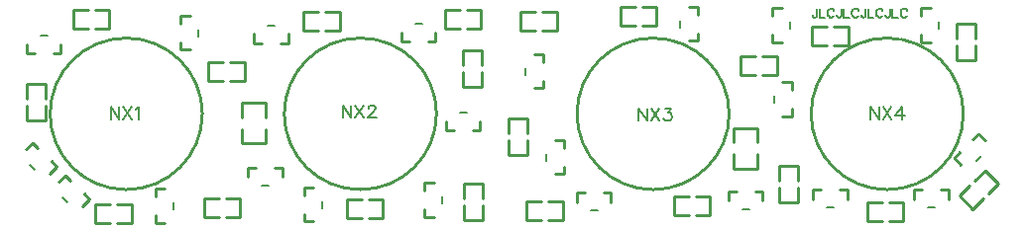
<source format=gto>
G04 Layer: TopSilkscreenLayer*
G04 EasyEDA v6.5.1, 2022-03-27 10:56:42*
G04 f4f8d14073c14480b57db79f537dda5a,f5a38c858c354eb5b90fd3f81420cce3,10*
G04 Gerber Generator version 0.2*
G04 Scale: 100 percent, Rotated: No, Reflected: No *
G04 Dimensions in millimeters *
G04 leading zeros omitted , absolute positions ,4 integer and 5 decimal *
%FSLAX45Y45*%
%MOMM*%

%ADD10C,0.2540*%
%ADD25C,0.2000*%
%ADD26C,0.1800*%
%ADD27C,0.1524*%

%LPD*%
D26*
X7148677Y-96517D02*
G01*
X7148677Y-155191D01*
X7144867Y-166113D01*
X7141311Y-169669D01*
X7133945Y-173479D01*
X7126579Y-173479D01*
X7119213Y-169669D01*
X7115657Y-166113D01*
X7112101Y-155191D01*
X7112101Y-147825D01*
X7172807Y-96517D02*
G01*
X7172807Y-173479D01*
X7172807Y-173479D02*
G01*
X7216749Y-173479D01*
X7295743Y-114805D02*
G01*
X7291933Y-107439D01*
X7284821Y-100327D01*
X7277455Y-96517D01*
X7262723Y-96517D01*
X7255357Y-100327D01*
X7247991Y-107439D01*
X7244435Y-114805D01*
X7240879Y-125727D01*
X7240879Y-144015D01*
X7244435Y-155191D01*
X7247991Y-162303D01*
X7255357Y-169669D01*
X7262723Y-173479D01*
X7277455Y-173479D01*
X7284821Y-169669D01*
X7291933Y-162303D01*
X7295743Y-155191D01*
X7356449Y-96517D02*
G01*
X7356449Y-155191D01*
X7352893Y-166113D01*
X7349083Y-169669D01*
X7341717Y-173479D01*
X7334351Y-173479D01*
X7327239Y-169669D01*
X7323429Y-166113D01*
X7319873Y-155191D01*
X7319873Y-147825D01*
X7380579Y-96517D02*
G01*
X7380579Y-173479D01*
X7380579Y-173479D02*
G01*
X7424521Y-173479D01*
X7503515Y-114805D02*
G01*
X7499959Y-107439D01*
X7492593Y-100327D01*
X7485227Y-96517D01*
X7470495Y-96517D01*
X7463383Y-100327D01*
X7456017Y-107439D01*
X7452207Y-114805D01*
X7448651Y-125727D01*
X7448651Y-144015D01*
X7452207Y-155191D01*
X7456017Y-162303D01*
X7463383Y-169669D01*
X7470495Y-173479D01*
X7485227Y-173479D01*
X7492593Y-169669D01*
X7499959Y-162303D01*
X7503515Y-155191D01*
X7564221Y-96517D02*
G01*
X7564221Y-155191D01*
X7560665Y-166113D01*
X7556855Y-169669D01*
X7549743Y-173479D01*
X7542377Y-173479D01*
X7535011Y-169669D01*
X7531455Y-166113D01*
X7527645Y-155191D01*
X7527645Y-147825D01*
X7588351Y-96517D02*
G01*
X7588351Y-173479D01*
X7588351Y-173479D02*
G01*
X7632293Y-173479D01*
X7711287Y-114805D02*
G01*
X7707731Y-107439D01*
X7700365Y-100327D01*
X7692999Y-96517D01*
X7678521Y-96517D01*
X7671155Y-100327D01*
X7663789Y-107439D01*
X7660233Y-114805D01*
X7656423Y-125727D01*
X7656423Y-144015D01*
X7660233Y-155191D01*
X7663789Y-162303D01*
X7671155Y-169669D01*
X7678521Y-173479D01*
X7692999Y-173479D01*
X7700365Y-169669D01*
X7707731Y-162303D01*
X7711287Y-155191D01*
X7771993Y-96517D02*
G01*
X7771993Y-155191D01*
X7768437Y-166113D01*
X7764881Y-169669D01*
X7757515Y-173479D01*
X7750149Y-173479D01*
X7742783Y-169669D01*
X7739227Y-166113D01*
X7735417Y-155191D01*
X7735417Y-147825D01*
X7796123Y-96517D02*
G01*
X7796123Y-173479D01*
X7796123Y-173479D02*
G01*
X7840065Y-173479D01*
X7919313Y-114805D02*
G01*
X7915503Y-107439D01*
X7908137Y-100327D01*
X7901025Y-96517D01*
X7886293Y-96517D01*
X7878927Y-100327D01*
X7871561Y-107439D01*
X7868005Y-114805D01*
X7864195Y-125727D01*
X7864195Y-144015D01*
X7868005Y-155191D01*
X7871561Y-162303D01*
X7878927Y-169669D01*
X7886293Y-173479D01*
X7901025Y-173479D01*
X7908137Y-169669D01*
X7915503Y-162303D01*
X7919313Y-155191D01*
D27*
X1117600Y-938784D02*
G01*
X1117600Y-1047750D01*
X1117600Y-938784D02*
G01*
X1190244Y-1047750D01*
X1190244Y-938784D02*
G01*
X1190244Y-1047750D01*
X1224534Y-938784D02*
G01*
X1297431Y-1047750D01*
X1297431Y-938784D02*
G01*
X1224534Y-1047750D01*
X1331721Y-959612D02*
G01*
X1342136Y-954278D01*
X1357629Y-938784D01*
X1357629Y-1047750D01*
X3098800Y-926084D02*
G01*
X3098800Y-1035050D01*
X3098800Y-926084D02*
G01*
X3171443Y-1035050D01*
X3171443Y-926084D02*
G01*
X3171443Y-1035050D01*
X3205734Y-926084D02*
G01*
X3278631Y-1035050D01*
X3278631Y-926084D02*
G01*
X3205734Y-1035050D01*
X3318002Y-951992D02*
G01*
X3318002Y-946912D01*
X3323336Y-936497D01*
X3328415Y-931163D01*
X3338829Y-926084D01*
X3359658Y-926084D01*
X3370072Y-931163D01*
X3375152Y-936497D01*
X3380486Y-946912D01*
X3380486Y-957326D01*
X3375152Y-967739D01*
X3364738Y-983234D01*
X3312922Y-1035050D01*
X3385565Y-1035050D01*
X5626100Y-951484D02*
G01*
X5626100Y-1060450D01*
X5626100Y-951484D02*
G01*
X5698743Y-1060450D01*
X5698743Y-951484D02*
G01*
X5698743Y-1060450D01*
X5733034Y-951484D02*
G01*
X5805931Y-1060450D01*
X5805931Y-951484D02*
G01*
X5733034Y-1060450D01*
X5850636Y-951484D02*
G01*
X5907786Y-951484D01*
X5876543Y-993139D01*
X5892038Y-993139D01*
X5902452Y-998220D01*
X5907786Y-1003300D01*
X5912865Y-1019047D01*
X5912865Y-1029462D01*
X5907786Y-1044955D01*
X5897372Y-1055370D01*
X5881624Y-1060450D01*
X5866129Y-1060450D01*
X5850636Y-1055370D01*
X5845302Y-1050289D01*
X5840222Y-1039876D01*
X7607300Y-938784D02*
G01*
X7607300Y-1047750D01*
X7607300Y-938784D02*
G01*
X7679943Y-1047750D01*
X7679943Y-938784D02*
G01*
X7679943Y-1047750D01*
X7714234Y-938784D02*
G01*
X7787131Y-1047750D01*
X7787131Y-938784D02*
G01*
X7714234Y-1047750D01*
X7873238Y-938784D02*
G01*
X7821422Y-1011428D01*
X7899400Y-1011428D01*
X7873238Y-938784D02*
G01*
X7873238Y-1047750D01*
D10*
X2409192Y-395198D02*
G01*
X2343200Y-395196D01*
X2409192Y-395198D01*
X2343200Y-395196D01*
X2343200Y-313689D01*
X2635201Y-313689D02*
G01*
X2635201Y-395198D01*
X2569207Y-395198D01*
D25*
X2519194Y-240207D02*
G01*
X2459205Y-240207D01*
D10*
X2767101Y-1697992D02*
G01*
X2767103Y-1632000D01*
X2767101Y-1697992D01*
X2767103Y-1632000D01*
X2848609Y-1632000D01*
X2848609Y-1924001D02*
G01*
X2767101Y-1924001D01*
X2767101Y-1858007D01*
D25*
X2922092Y-1807994D02*
G01*
X2922092Y-1748005D01*
D10*
X889934Y-1687012D02*
G01*
X936597Y-1733677D01*
X889934Y-1687012D01*
X936597Y-1733677D01*
X878961Y-1791312D01*
X672487Y-1584835D02*
G01*
X730122Y-1527200D01*
X776787Y-1573865D01*
D25*
X702556Y-1718825D02*
G01*
X744974Y-1761243D01*
D10*
X610534Y-1407612D02*
G01*
X657197Y-1454277D01*
X610534Y-1407612D01*
X657197Y-1454277D01*
X599561Y-1511912D01*
X393087Y-1305435D02*
G01*
X450722Y-1247800D01*
X497387Y-1294465D01*
D25*
X423156Y-1439425D02*
G01*
X465574Y-1481843D01*
D10*
X3666492Y-382498D02*
G01*
X3600500Y-382498D01*
X3666492Y-382498D01*
X3600500Y-382498D01*
X3600500Y-300989D01*
X3892501Y-300989D02*
G01*
X3892501Y-382498D01*
X3826507Y-382498D01*
D25*
X3776494Y-227507D02*
G01*
X3716505Y-227507D01*
D10*
X4047492Y-1144498D02*
G01*
X3981500Y-1144496D01*
X4047492Y-1144498D01*
X3981500Y-1144496D01*
X3981500Y-1062989D01*
X4273501Y-1062989D02*
G01*
X4273501Y-1144498D01*
X4207507Y-1144498D01*
D25*
X4157494Y-989507D02*
G01*
X4097505Y-989507D01*
D10*
X1497101Y-1710692D02*
G01*
X1497101Y-1644700D01*
X1497101Y-1710692D01*
X1497101Y-1644700D01*
X1578610Y-1644700D01*
X1578610Y-1936701D02*
G01*
X1497101Y-1936701D01*
X1497101Y-1870707D01*
D25*
X1652092Y-1820694D02*
G01*
X1652092Y-1760705D01*
D10*
X3795801Y-1659892D02*
G01*
X3795801Y-1593900D01*
X3795801Y-1659892D01*
X3795801Y-1593900D01*
X3877309Y-1593900D01*
X3877309Y-1885901D02*
G01*
X3795801Y-1885901D01*
X3795801Y-1819907D01*
D25*
X3950792Y-1769894D02*
G01*
X3950792Y-1709905D01*
D10*
X466092Y-484098D02*
G01*
X400100Y-484096D01*
X466092Y-484098D01*
X400100Y-484096D01*
X400100Y-402589D01*
X692101Y-402589D02*
G01*
X692101Y-484098D01*
X626107Y-484098D01*
D25*
X576094Y-329107D02*
G01*
X516105Y-329107D01*
D10*
X1713001Y-224792D02*
G01*
X1713001Y-158800D01*
X1713001Y-224792D01*
X1713001Y-158800D01*
X1794510Y-158800D01*
X1794510Y-450801D02*
G01*
X1713001Y-450801D01*
X1713001Y-384807D01*
D25*
X1867992Y-334794D02*
G01*
X1867992Y-274805D01*
D10*
X2518407Y-1459001D02*
G01*
X2584399Y-1459001D01*
X2518407Y-1459001D01*
X2584399Y-1459001D01*
X2584399Y-1540510D01*
X2292398Y-1540510D02*
G01*
X2292398Y-1459001D01*
X2358392Y-1459001D01*
D25*
X2408405Y-1613992D02*
G01*
X2468394Y-1613992D01*
D10*
X6620507Y-1662201D02*
G01*
X6686499Y-1662201D01*
X6620507Y-1662201D01*
X6686499Y-1662201D01*
X6686499Y-1743710D01*
X6394498Y-1743710D02*
G01*
X6394498Y-1662201D01*
X6460492Y-1662201D01*
D25*
X6510505Y-1817192D02*
G01*
X6570494Y-1817192D01*
D10*
X6135598Y-308607D02*
G01*
X6135598Y-374599D01*
X6135598Y-308607D01*
X6135598Y-374599D01*
X6054090Y-374599D01*
X6054090Y-82598D02*
G01*
X6135598Y-82598D01*
X6135598Y-148592D01*
D25*
X5980607Y-198605D02*
G01*
X5980607Y-258594D01*
D10*
X6767601Y-161292D02*
G01*
X6767603Y-95300D01*
X6767601Y-161292D01*
X6767603Y-95300D01*
X6849109Y-95300D01*
X6849109Y-387301D02*
G01*
X6767601Y-387301D01*
X6767601Y-321307D01*
D25*
X6922592Y-271294D02*
G01*
X6922592Y-211305D01*
D10*
X7344407Y-1649501D02*
G01*
X7410399Y-1649501D01*
X7344407Y-1649501D01*
X7410399Y-1649501D01*
X7410399Y-1731010D01*
X7118398Y-1731010D02*
G01*
X7118398Y-1649501D01*
X7184392Y-1649501D01*
D25*
X7234405Y-1804492D02*
G01*
X7294394Y-1804492D01*
D10*
X5325107Y-1674901D02*
G01*
X5391099Y-1674903D01*
X5325107Y-1674901D01*
X5391099Y-1674903D01*
X5391099Y-1756410D01*
X5099098Y-1756410D02*
G01*
X5099098Y-1674901D01*
X5165092Y-1674901D01*
D25*
X5215105Y-1829892D02*
G01*
X5275094Y-1829892D01*
D10*
X8208007Y-1649501D02*
G01*
X8273999Y-1649503D01*
X8208007Y-1649501D01*
X8273999Y-1649503D01*
X8273999Y-1731010D01*
X7981998Y-1731010D02*
G01*
X7981998Y-1649501D01*
X8047992Y-1649501D01*
D25*
X8098005Y-1804492D02*
G01*
X8157994Y-1804492D01*
D10*
X8481512Y-1218265D02*
G01*
X8528177Y-1171602D01*
X8481512Y-1218265D01*
X8528177Y-1171602D01*
X8585812Y-1229238D01*
X8379335Y-1435712D02*
G01*
X8321700Y-1378077D01*
X8368365Y-1331412D01*
D25*
X8513325Y-1405643D02*
G01*
X8555743Y-1363225D01*
D10*
X4814798Y-715007D02*
G01*
X4814798Y-780999D01*
X4814798Y-715007D01*
X4814798Y-780999D01*
X4733290Y-780999D01*
X4733290Y-488998D02*
G01*
X4814798Y-488998D01*
X4814798Y-554992D01*
D25*
X4659807Y-605005D02*
G01*
X4659807Y-664994D01*
D10*
X6935698Y-956307D02*
G01*
X6935698Y-1022299D01*
X6935698Y-956307D01*
X6935698Y-1022299D01*
X6854190Y-1022299D01*
X6854190Y-730298D02*
G01*
X6935698Y-730298D01*
X6935698Y-796292D01*
D25*
X6780707Y-846305D02*
G01*
X6780707Y-906294D01*
D10*
X4992598Y-1451607D02*
G01*
X4992596Y-1517599D01*
X4992598Y-1451607D01*
X4992596Y-1517599D01*
X4911090Y-1517599D01*
X4911090Y-1225598D02*
G01*
X4992598Y-1225598D01*
X4992598Y-1291592D01*
D25*
X4837607Y-1341605D02*
G01*
X4837607Y-1401594D01*
D10*
X8037601Y-161292D02*
G01*
X8037601Y-95300D01*
X8037601Y-161292D01*
X8037601Y-95300D01*
X8119109Y-95300D01*
X8119109Y-387301D02*
G01*
X8037601Y-387301D01*
X8037601Y-321307D01*
D25*
X8192592Y-271294D02*
G01*
X8192592Y-211305D01*
D10*
X1915104Y-1723397D02*
G01*
X1915104Y-1883402D01*
X2100165Y-1882891D02*
G01*
X2225161Y-1882891D01*
X2100165Y-1722887D02*
G01*
X2225161Y-1722887D01*
X2040107Y-1883402D02*
G01*
X1915104Y-1883402D01*
X2040107Y-1723397D02*
G01*
X1915104Y-1723397D01*
X2225161Y-1722887D02*
G01*
X2225161Y-1882891D01*
X3075995Y-283202D02*
G01*
X3075995Y-123197D01*
X2890934Y-123708D02*
G01*
X2765938Y-123708D01*
X2890934Y-283712D02*
G01*
X2765938Y-283712D01*
X2950992Y-123197D02*
G01*
X3075995Y-123197D01*
X2950992Y-283202D02*
G01*
X3075995Y-283202D01*
X2765938Y-283712D02*
G01*
X2765938Y-123708D01*
X3444295Y-1896102D02*
G01*
X3444295Y-1736097D01*
X3259234Y-1736608D02*
G01*
X3134238Y-1736608D01*
X3259234Y-1896612D02*
G01*
X3134238Y-1896612D01*
X3319292Y-1736097D02*
G01*
X3444295Y-1736097D01*
X3319292Y-1896102D02*
G01*
X3444295Y-1896102D01*
X3134238Y-1896612D02*
G01*
X3134238Y-1736608D01*
X4282495Y-270502D02*
G01*
X4282495Y-110497D01*
X4097434Y-111008D02*
G01*
X3972438Y-111008D01*
X4097434Y-271012D02*
G01*
X3972438Y-271012D01*
X4157492Y-110497D02*
G01*
X4282495Y-110497D01*
X4157492Y-270502D02*
G01*
X4282495Y-270502D01*
X3972438Y-271012D02*
G01*
X3972438Y-111008D01*
X4283702Y-454604D02*
G01*
X4123697Y-454604D01*
X4124208Y-639665D02*
G01*
X4124208Y-764661D01*
X4284212Y-639665D02*
G01*
X4284212Y-764661D01*
X4123697Y-579607D02*
G01*
X4123697Y-454604D01*
X4283702Y-579607D02*
G01*
X4283702Y-454604D01*
X4284212Y-764661D02*
G01*
X4124208Y-764661D01*
X988004Y-1774197D02*
G01*
X988004Y-1934202D01*
X1173065Y-1933691D02*
G01*
X1298061Y-1933691D01*
X1173065Y-1773687D02*
G01*
X1298061Y-1773687D01*
X1113007Y-1934202D02*
G01*
X988004Y-1934202D01*
X1113007Y-1774197D02*
G01*
X988004Y-1774197D01*
X1298061Y-1773687D02*
G01*
X1298061Y-1933691D01*
X4296402Y-1597604D02*
G01*
X4136397Y-1597604D01*
X4136908Y-1782665D02*
G01*
X4136908Y-1907661D01*
X4296912Y-1782665D02*
G01*
X4296912Y-1907661D01*
X4136397Y-1722607D02*
G01*
X4136397Y-1597604D01*
X4296402Y-1722607D02*
G01*
X4296402Y-1597604D01*
X4296912Y-1907661D02*
G01*
X4136908Y-1907661D01*
X1107495Y-270502D02*
G01*
X1107495Y-110497D01*
X922434Y-111008D02*
G01*
X797438Y-111008D01*
X922434Y-271012D02*
G01*
X797438Y-271012D01*
X982492Y-110497D02*
G01*
X1107495Y-110497D01*
X982492Y-270502D02*
G01*
X1107495Y-270502D01*
X797438Y-271012D02*
G01*
X797438Y-111008D01*
X5928304Y-1710697D02*
G01*
X5928304Y-1870702D01*
X6113365Y-1870191D02*
G01*
X6238361Y-1870191D01*
X6113365Y-1710187D02*
G01*
X6238361Y-1710187D01*
X6053307Y-1870702D02*
G01*
X5928304Y-1870702D01*
X6053307Y-1710697D02*
G01*
X5928304Y-1710697D01*
X6238361Y-1710187D02*
G01*
X6238361Y-1870191D01*
X8340097Y-535995D02*
G01*
X8500102Y-535995D01*
X8499594Y-350934D02*
G01*
X8499591Y-225938D01*
X8339587Y-350934D02*
G01*
X8339589Y-225938D01*
X8500102Y-410992D02*
G01*
X8500102Y-535995D01*
X8340097Y-410992D02*
G01*
X8340097Y-535995D01*
X8339589Y-225938D02*
G01*
X8499591Y-225938D01*
X4677402Y-1038804D02*
G01*
X4517397Y-1038804D01*
X4517908Y-1223865D02*
G01*
X4517908Y-1348861D01*
X4677912Y-1223865D02*
G01*
X4677912Y-1348861D01*
X4517397Y-1163807D02*
G01*
X4517397Y-1038804D01*
X4677402Y-1163807D02*
G01*
X4677402Y-1038804D01*
X4677912Y-1348861D02*
G01*
X4517908Y-1348861D01*
X6499804Y-504197D02*
G01*
X6499804Y-664202D01*
X6684865Y-663691D02*
G01*
X6809861Y-663691D01*
X6684865Y-503687D02*
G01*
X6809861Y-503687D01*
X6624807Y-664202D02*
G01*
X6499804Y-664202D01*
X6624807Y-504197D02*
G01*
X6499804Y-504197D01*
X6809861Y-503687D02*
G01*
X6809861Y-663691D01*
X4930195Y-283202D02*
G01*
X4930195Y-123197D01*
X4745134Y-123708D02*
G01*
X4620138Y-123708D01*
X4745134Y-283712D02*
G01*
X4620138Y-283712D01*
X4805192Y-123197D02*
G01*
X4930195Y-123197D01*
X4805192Y-283202D02*
G01*
X4930195Y-283202D01*
X4620138Y-283712D02*
G01*
X4620138Y-123708D01*
X8368230Y-1704027D02*
G01*
X8481372Y-1817169D01*
X8611870Y-1685950D02*
G01*
X8700254Y-1597563D01*
X8498728Y-1572808D02*
G01*
X8587115Y-1484424D01*
X8569761Y-1728777D02*
G01*
X8481372Y-1817169D01*
X8456622Y-1615638D02*
G01*
X8368230Y-1704027D01*
X8587115Y-1484424D02*
G01*
X8700254Y-1597563D01*
X7579304Y-1761497D02*
G01*
X7579304Y-1921502D01*
X7764365Y-1920991D02*
G01*
X7889361Y-1920991D01*
X7764365Y-1760987D02*
G01*
X7889361Y-1760987D01*
X7704307Y-1921502D02*
G01*
X7579304Y-1921502D01*
X7704307Y-1761497D02*
G01*
X7579304Y-1761497D01*
X7889361Y-1760987D02*
G01*
X7889361Y-1920991D01*
X4671004Y-1748797D02*
G01*
X4671004Y-1908802D01*
X4856065Y-1908291D02*
G01*
X4981061Y-1908291D01*
X4856065Y-1748287D02*
G01*
X4981061Y-1748287D01*
X4796007Y-1908802D02*
G01*
X4671004Y-1908802D01*
X4796007Y-1748797D02*
G01*
X4671004Y-1748797D01*
X4981061Y-1748287D02*
G01*
X4981061Y-1908291D01*
X6828797Y-1755195D02*
G01*
X6988802Y-1755195D01*
X6988291Y-1570134D02*
G01*
X6988291Y-1445138D01*
X6828287Y-1570134D02*
G01*
X6828287Y-1445138D01*
X6988802Y-1630192D02*
G01*
X6988802Y-1755195D01*
X6828797Y-1630192D02*
G01*
X6828797Y-1755195D01*
X6828287Y-1445138D02*
G01*
X6988291Y-1445138D01*
X7419395Y-410202D02*
G01*
X7419395Y-250197D01*
X7234334Y-250708D02*
G01*
X7109338Y-250708D01*
X7234334Y-410712D02*
G01*
X7109338Y-410712D01*
X7294392Y-250197D02*
G01*
X7419395Y-250197D01*
X7294392Y-410202D02*
G01*
X7419395Y-410202D01*
X7109338Y-410712D02*
G01*
X7109338Y-250708D01*
X5471104Y-85097D02*
G01*
X5471104Y-245102D01*
X5656165Y-244591D02*
G01*
X5781161Y-244591D01*
X5656165Y-84587D02*
G01*
X5781161Y-84587D01*
X5596107Y-245102D02*
G01*
X5471104Y-245102D01*
X5596107Y-85097D02*
G01*
X5471104Y-85097D01*
X5781161Y-84587D02*
G01*
X5781161Y-244591D01*
X2263195Y-715002D02*
G01*
X2263195Y-554997D01*
X2078134Y-555508D02*
G01*
X1953138Y-555508D01*
X2078134Y-715512D02*
G01*
X1953138Y-715512D01*
X2138192Y-554997D02*
G01*
X2263195Y-554997D01*
X2138192Y-715002D02*
G01*
X2263195Y-715002D01*
X1953138Y-715512D02*
G01*
X1953138Y-555508D01*
X562602Y-746704D02*
G01*
X402597Y-746704D01*
X403108Y-931765D02*
G01*
X403108Y-1056761D01*
X563112Y-931765D02*
G01*
X563112Y-1056761D01*
X402597Y-871707D02*
G01*
X402597Y-746704D01*
X562602Y-871707D02*
G01*
X562602Y-746704D01*
X563112Y-1056761D02*
G01*
X403108Y-1056761D01*
X2234803Y-1129499D02*
G01*
X2234803Y-1254500D01*
X2438796Y-1129499D02*
G01*
X2438796Y-1254500D01*
X2234803Y-1029500D02*
G01*
X2234803Y-904499D01*
X2438796Y-1029500D02*
G01*
X2438796Y-904499D01*
X2234803Y-1254503D02*
G01*
X2438796Y-1254500D01*
X2234803Y-904499D02*
G01*
X2438796Y-904499D01*
X6438503Y-1345399D02*
G01*
X6438503Y-1470400D01*
X6642496Y-1345399D02*
G01*
X6642496Y-1470400D01*
X6438503Y-1245400D02*
G01*
X6438503Y-1120399D01*
X6642496Y-1245400D02*
G01*
X6642496Y-1120399D01*
X6438503Y-1470403D02*
G01*
X6642496Y-1470400D01*
X6438503Y-1120399D02*
G01*
X6642496Y-1120399D01*
G75*
G01
X1900022Y-999998D02*
G03X1900022Y-999998I-650011J0D01*
G75*
G01
X3900018Y-999998D02*
G03X3900018Y-999998I-650011J0D01*
G75*
G01
X6400013Y-999998D02*
G03X6400013Y-999998I-650011J0D01*
G75*
G01
X8400009Y-999998D02*
G03X8400009Y-999998I-650011J0D01*
M02*

</source>
